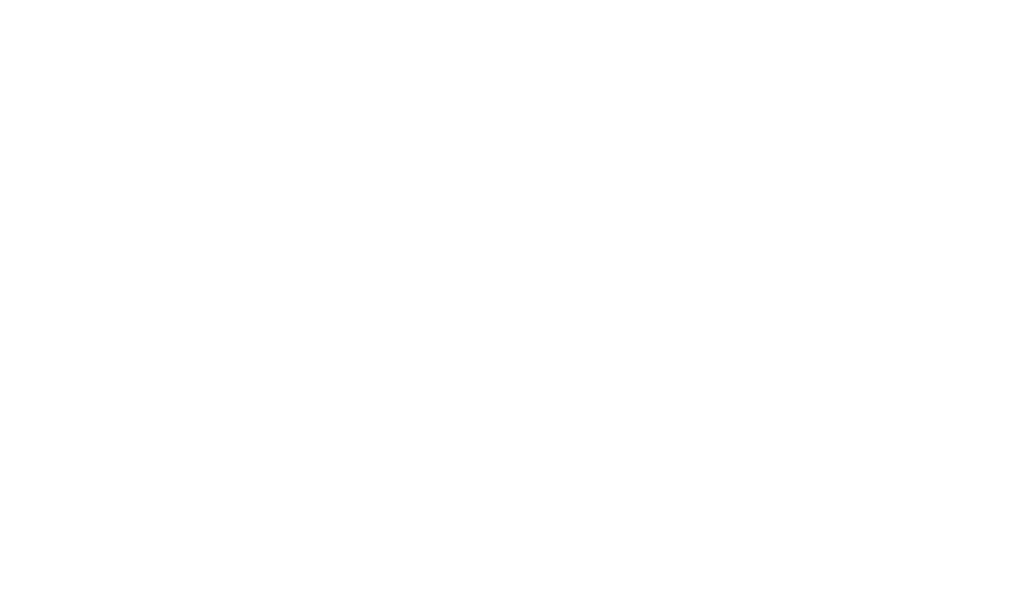
<source format=kicad_pcb>
(kicad_pcb (version 20171130) (host pcbnew "(5.1.2)-2")

  (general
    (thickness 1.6)
    (drawings 10)
    (tracks 0)
    (zones 0)
    (modules 1)
    (nets 1)
  )

  (page A4)
  (title_block
    (date "sam. 04 avril 2015")
  )

  (layers
    (0 F.Cu signal)
    (31 B.Cu signal)
    (32 B.Adhes user)
    (33 F.Adhes user)
    (34 B.Paste user)
    (35 F.Paste user)
    (36 B.SilkS user)
    (37 F.SilkS user)
    (38 B.Mask user)
    (39 F.Mask user)
    (40 Dwgs.User user)
    (41 Cmts.User user)
    (42 Eco1.User user)
    (43 Eco2.User user)
    (44 Edge.Cuts user)
    (45 Margin user)
    (46 B.CrtYd user)
    (47 F.CrtYd user)
    (48 B.Fab user)
    (49 F.Fab user)
  )

  (setup
    (last_trace_width 0.25)
    (trace_clearance 0.2)
    (zone_clearance 0.508)
    (zone_45_only no)
    (trace_min 0.2)
    (via_size 0.6)
    (via_drill 0.4)
    (via_min_size 0.4)
    (via_min_drill 0.3)
    (uvia_size 0.3)
    (uvia_drill 0.1)
    (uvias_allowed no)
    (uvia_min_size 0.2)
    (uvia_min_drill 0.1)
    (edge_width 0.1)
    (segment_width 0.15)
    (pcb_text_width 0.3)
    (pcb_text_size 1.5 1.5)
    (mod_edge_width 0.15)
    (mod_text_size 1 1)
    (mod_text_width 0.15)
    (pad_size 1.5 1.5)
    (pad_drill 0.6)
    (pad_to_mask_clearance 0)
    (aux_axis_origin 150 100)
    (visible_elements 7FFFFFFF)
    (pcbplotparams
      (layerselection 0x00030_80000001)
      (usegerberextensions false)
      (usegerberattributes false)
      (usegerberadvancedattributes false)
      (creategerberjobfile false)
      (excludeedgelayer true)
      (linewidth 0.100000)
      (plotframeref false)
      (viasonmask false)
      (mode 1)
      (useauxorigin false)
      (hpglpennumber 1)
      (hpglpenspeed 20)
      (hpglpendiameter 15.000000)
      (psnegative false)
      (psa4output false)
      (plotreference true)
      (plotvalue true)
      (plotinvisibletext false)
      (padsonsilk false)
      (subtractmaskfromsilk false)
      (outputformat 1)
      (mirror false)
      (drillshape 1)
      (scaleselection 1)
      (outputdirectory ""))
  )

  (net 0 "")

  (net_class Default "This is the default net class."
    (clearance 0.2)
    (trace_width 0.25)
    (via_dia 0.6)
    (via_drill 0.4)
    (uvia_dia 0.3)
    (uvia_drill 0.1)
  )

  (module Custom_libraries:Carcasa locked (layer B.Cu) (tedit 5EA1702C) (tstamp 5E9E5483)
    (at 150 100)
    (fp_text reference REF** (at 0 45) (layer B.SilkS) hide
      (effects (font (size 1 1) (thickness 0.15)) (justify mirror))
    )
    (fp_text value Carcasa (at 0 43) (layer B.Fab)
      (effects (font (size 1 1) (thickness 0.15)) (justify mirror))
    )
    (model ${KIPRJMOD}/modules/packages3d/Carcasa.wrl
      (offset (xyz 0 0 20))
      (scale (xyz 10 10 10))
      (rotate (xyz 0 0 -90))
    )
    (model ${KIPRJMOD}/modules/packages3d/LCD_16x2_I2C.wrl
      (offset (xyz 30.5 -11 12.5))
      (scale (xyz 10 10 10))
      (rotate (xyz 180 0 90))
    )
  )

  (gr_line (start 225 59) (end 225 141) (layer F.CrtYd) (width 0.15))
  (gr_line (start 75 141) (end 75 59) (layer F.CrtYd) (width 0.15) (tstamp 5EA1C646))
  (gr_line (start 75 59) (end 225 59) (layer F.CrtYd) (width 0.15))
  (gr_line (start 225 141) (end 75 141) (layer F.CrtYd) (width 0.15))
  (gr_circle (center 185 71) (end 190 71) (layer F.CrtYd) (width 0.15))
  (gr_circle (center 115 71) (end 120 71) (layer F.CrtYd) (width 0.15) (tstamp 5EA1C71E))
  (gr_circle (center 86 100) (end 91 100) (layer F.CrtYd) (width 0.15) (tstamp 5EA1C71E))
  (gr_circle (center 185 129) (end 190 129) (layer F.CrtYd) (width 0.15) (tstamp 5EA1C71E))
  (gr_circle (center 115 129) (end 120 129) (layer F.CrtYd) (width 0.15) (tstamp 5EA1C71E))
  (gr_circle (center 214 100) (end 219 100) (layer F.CrtYd) (width 0.15) (tstamp 5EA1C71E))

)

</source>
